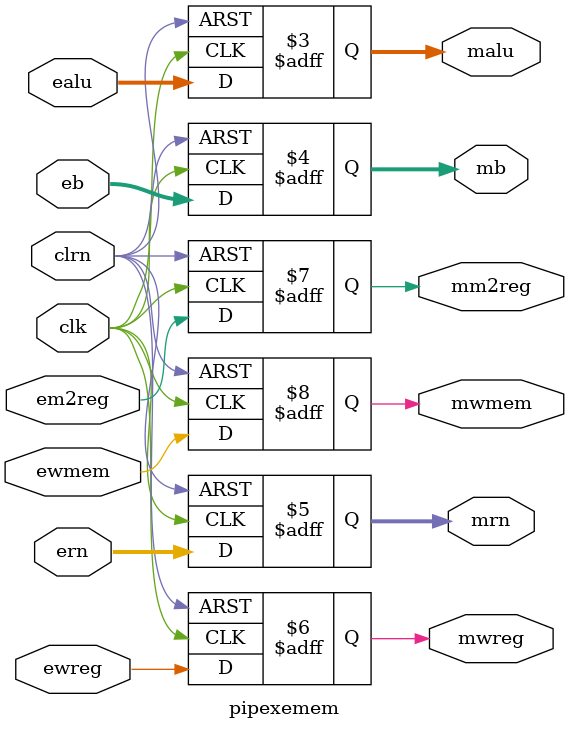
<source format=v>
module pipexemem (
    input           clk, clrn,
    input   [31:0]  ealu,
    input   [31:0]  eb,
    input   [04:0]  ern,
    input           ewreg, em2reg, ewmem,
    output  [31:0]  malu,
    output  [31:0]  mb,
    output  [04:0]  mrn,
    output          mwreg, mm2reg, mwmem
);
    reg     [31:0]  malu, mb;
    reg     [04:0]  mrn;
    reg             mwreg, mm2reg, mwmem;

    always @(posedge clk or negedge clrn) begin 
        if (!clrn) begin 
            mwreg   <=  0;          mm2reg  <=  0;
            mwmem   <=  0;          malu    <=  0;
            mb      <=  0;          mrn     <=  0;
        end else begin 
            mwreg   <=  ewreg;      mm2reg  <=  em2reg;
            mwmem   <=  ewmem;      malu    <=  ealu;
            mb      <=  eb;         mrn     <=  ern;
        end
    end
endmodule
</source>
